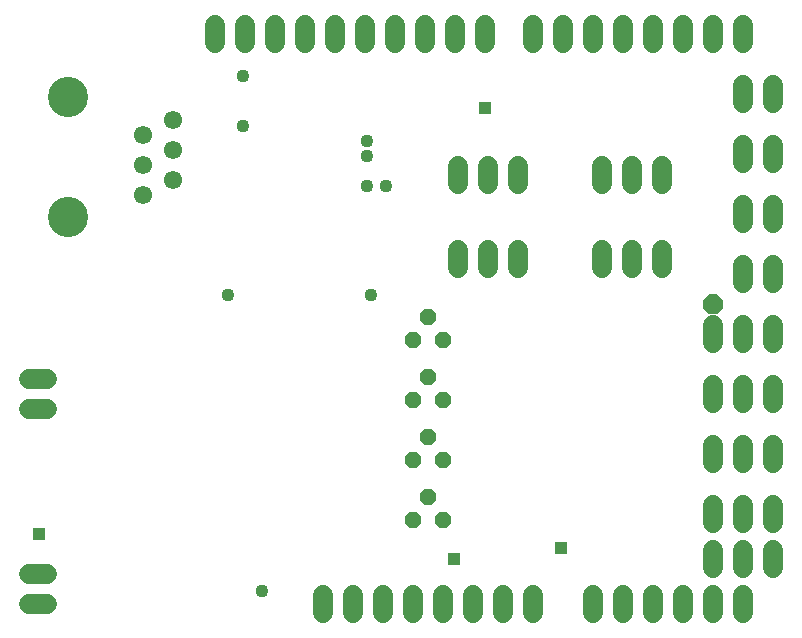
<source format=gbs>
G75*
%MOIN*%
%OFA0B0*%
%FSLAX24Y24*%
%IPPOS*%
%LPD*%
%AMOC8*
5,1,8,0,0,1.08239X$1,22.5*
%
%ADD10C,0.0660*%
%ADD11C,0.0611*%
%ADD12C,0.1340*%
%ADD13OC8,0.0540*%
%ADD14OC8,0.0660*%
%ADD15C,0.0436*%
%ADD16R,0.0436X0.0436*%
D10*
X001914Y001450D02*
X002514Y001450D01*
X002514Y002450D02*
X001914Y002450D01*
X001914Y007950D02*
X002514Y007950D01*
X002514Y008950D02*
X001914Y008950D01*
X011714Y001750D02*
X011714Y001150D01*
X012714Y001150D02*
X012714Y001750D01*
X013714Y001750D02*
X013714Y001150D01*
X014714Y001150D02*
X014714Y001750D01*
X015714Y001750D02*
X015714Y001150D01*
X016714Y001150D02*
X016714Y001750D01*
X017714Y001750D02*
X017714Y001150D01*
X018714Y001150D02*
X018714Y001750D01*
X020714Y001750D02*
X020714Y001150D01*
X021714Y001150D02*
X021714Y001750D01*
X022714Y001750D02*
X022714Y001150D01*
X023714Y001150D02*
X023714Y001750D01*
X024714Y001750D02*
X024714Y001150D01*
X025714Y001150D02*
X025714Y001750D01*
X025714Y002650D02*
X025714Y003250D01*
X025714Y004150D02*
X025714Y004750D01*
X026714Y004750D02*
X026714Y004150D01*
X026714Y003250D02*
X026714Y002650D01*
X024714Y002650D02*
X024714Y003250D01*
X024714Y004150D02*
X024714Y004750D01*
X024714Y006150D02*
X024714Y006750D01*
X025714Y006750D02*
X025714Y006150D01*
X026714Y006150D02*
X026714Y006750D01*
X026714Y008150D02*
X026714Y008750D01*
X025714Y008750D02*
X025714Y008150D01*
X024714Y008150D02*
X024714Y008750D01*
X024714Y010150D02*
X024714Y010750D01*
X025714Y010750D02*
X025714Y010150D01*
X026714Y010150D02*
X026714Y010750D01*
X026714Y012150D02*
X026714Y012750D01*
X025714Y012750D02*
X025714Y012150D01*
X025714Y014150D02*
X025714Y014750D01*
X026714Y014750D02*
X026714Y014150D01*
X026714Y016150D02*
X026714Y016750D01*
X025714Y016750D02*
X025714Y016150D01*
X025714Y018150D02*
X025714Y018750D01*
X026714Y018750D02*
X026714Y018150D01*
X025714Y020150D02*
X025714Y020750D01*
X024714Y020750D02*
X024714Y020150D01*
X023714Y020150D02*
X023714Y020750D01*
X022714Y020750D02*
X022714Y020150D01*
X021714Y020150D02*
X021714Y020750D01*
X020714Y020750D02*
X020714Y020150D01*
X019714Y020150D02*
X019714Y020750D01*
X018714Y020750D02*
X018714Y020150D01*
X017114Y020150D02*
X017114Y020750D01*
X016114Y020750D02*
X016114Y020150D01*
X015114Y020150D02*
X015114Y020750D01*
X014114Y020750D02*
X014114Y020150D01*
X013114Y020150D02*
X013114Y020750D01*
X012114Y020750D02*
X012114Y020150D01*
X011114Y020150D02*
X011114Y020750D01*
X010114Y020750D02*
X010114Y020150D01*
X009114Y020150D02*
X009114Y020750D01*
X008114Y020750D02*
X008114Y020150D01*
X016214Y016050D02*
X016214Y015450D01*
X017214Y015450D02*
X017214Y016050D01*
X018214Y016050D02*
X018214Y015450D01*
X021014Y015450D02*
X021014Y016050D01*
X022014Y016050D02*
X022014Y015450D01*
X023014Y015450D02*
X023014Y016050D01*
X023014Y013250D02*
X023014Y012650D01*
X022014Y012650D02*
X022014Y013250D01*
X021014Y013250D02*
X021014Y012650D01*
X018214Y012650D02*
X018214Y013250D01*
X017214Y013250D02*
X017214Y012650D01*
X016214Y012650D02*
X016214Y013250D01*
D11*
X006704Y015580D03*
X005704Y015080D03*
X005704Y016080D03*
X006704Y016580D03*
X005704Y017080D03*
X006704Y017580D03*
D12*
X003204Y018330D03*
X003204Y014330D03*
D13*
X014714Y010250D03*
X015214Y011000D03*
X015714Y010250D03*
X015214Y009000D03*
X015714Y008250D03*
X014714Y008250D03*
X015214Y007000D03*
X015714Y006250D03*
X014714Y006250D03*
X015214Y005000D03*
X015714Y004250D03*
X014714Y004250D03*
D14*
X024714Y011450D03*
D15*
X013814Y015370D03*
X013174Y015370D03*
X013194Y016370D03*
X013194Y016870D03*
X009034Y017370D03*
X009034Y019030D03*
X008554Y011750D03*
X013304Y011750D03*
X009664Y001890D03*
D16*
X016094Y002950D03*
X019654Y003320D03*
X002244Y003790D03*
X017124Y017980D03*
M02*

</source>
